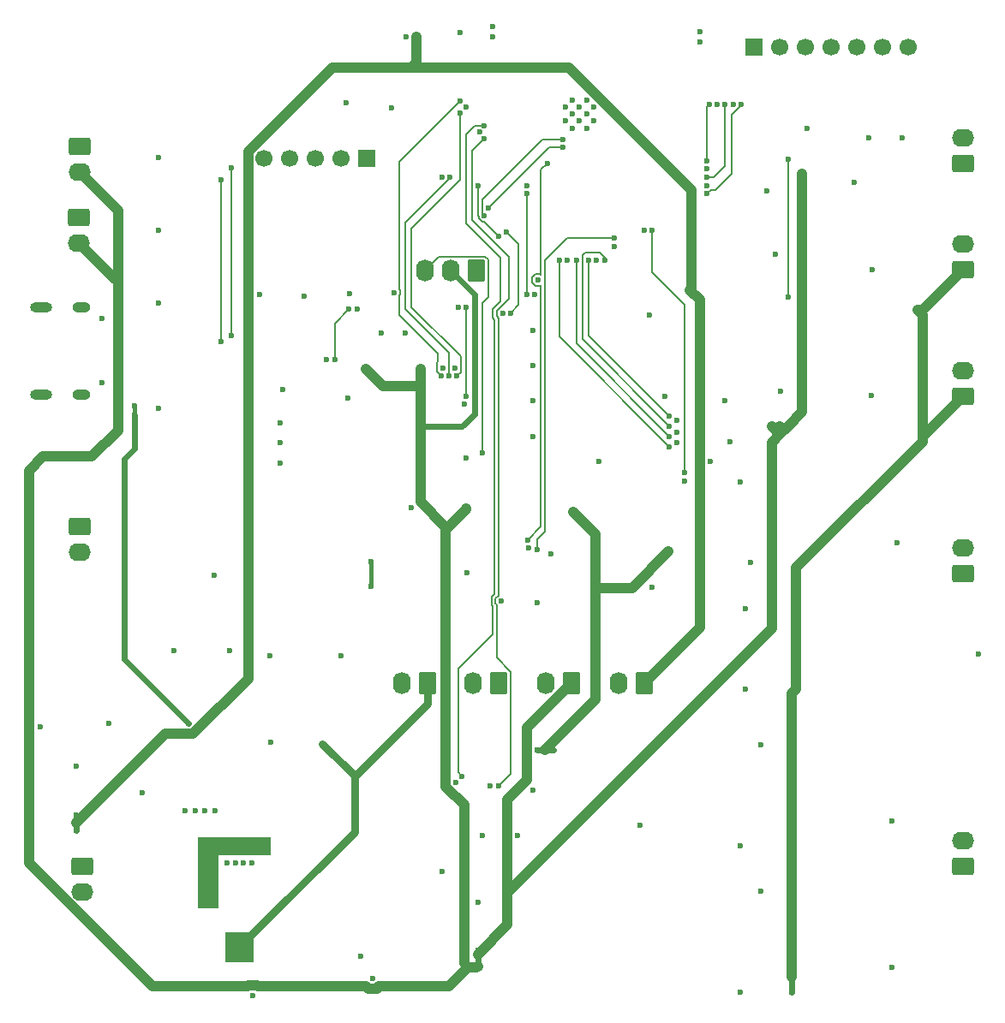
<source format=gbr>
G04 #@! TF.GenerationSoftware,KiCad,Pcbnew,9.0.5*
G04 #@! TF.CreationDate,2025-12-03T21:15:56-08:00*
G04 #@! TF.ProjectId,MusicalTeslaCoil,4d757369-6361-46c5-9465-736c61436f69,REV2*
G04 #@! TF.SameCoordinates,Original*
G04 #@! TF.FileFunction,Copper,L4,Bot*
G04 #@! TF.FilePolarity,Positive*
%FSLAX46Y46*%
G04 Gerber Fmt 4.6, Leading zero omitted, Abs format (unit mm)*
G04 Created by KiCad (PCBNEW 9.0.5) date 2025-12-03 21:15:56*
%MOMM*%
%LPD*%
G01*
G04 APERTURE LIST*
G04 Aperture macros list*
%AMRoundRect*
0 Rectangle with rounded corners*
0 $1 Rounding radius*
0 $2 $3 $4 $5 $6 $7 $8 $9 X,Y pos of 4 corners*
0 Add a 4 corners polygon primitive as box body*
4,1,4,$2,$3,$4,$5,$6,$7,$8,$9,$2,$3,0*
0 Add four circle primitives for the rounded corners*
1,1,$1+$1,$2,$3*
1,1,$1+$1,$4,$5*
1,1,$1+$1,$6,$7*
1,1,$1+$1,$8,$9*
0 Add four rect primitives between the rounded corners*
20,1,$1+$1,$2,$3,$4,$5,0*
20,1,$1+$1,$4,$5,$6,$7,0*
20,1,$1+$1,$6,$7,$8,$9,0*
20,1,$1+$1,$8,$9,$2,$3,0*%
G04 Aperture macros list end*
G04 #@! TA.AperFunction,HeatsinkPad*
%ADD10C,0.600000*%
G04 #@! TD*
G04 #@! TA.AperFunction,ComponentPad*
%ADD11RoundRect,0.250000X0.620000X0.845000X-0.620000X0.845000X-0.620000X-0.845000X0.620000X-0.845000X0*%
G04 #@! TD*
G04 #@! TA.AperFunction,ComponentPad*
%ADD12O,1.740000X2.190000*%
G04 #@! TD*
G04 #@! TA.AperFunction,ComponentPad*
%ADD13O,1.800000X1.000000*%
G04 #@! TD*
G04 #@! TA.AperFunction,ComponentPad*
%ADD14O,2.200000X1.000000*%
G04 #@! TD*
G04 #@! TA.AperFunction,ComponentPad*
%ADD15RoundRect,0.250000X0.845000X-0.620000X0.845000X0.620000X-0.845000X0.620000X-0.845000X-0.620000X0*%
G04 #@! TD*
G04 #@! TA.AperFunction,ComponentPad*
%ADD16O,2.190000X1.740000*%
G04 #@! TD*
G04 #@! TA.AperFunction,ComponentPad*
%ADD17R,1.700000X1.700000*%
G04 #@! TD*
G04 #@! TA.AperFunction,ComponentPad*
%ADD18C,1.700000*%
G04 #@! TD*
G04 #@! TA.AperFunction,ComponentPad*
%ADD19RoundRect,0.250000X-0.845000X0.620000X-0.845000X-0.620000X0.845000X-0.620000X0.845000X0.620000X0*%
G04 #@! TD*
G04 #@! TA.AperFunction,ViaPad*
%ADD20C,0.600000*%
G04 #@! TD*
G04 #@! TA.AperFunction,Conductor*
%ADD21C,1.000000*%
G04 #@! TD*
G04 #@! TA.AperFunction,Conductor*
%ADD22C,0.400000*%
G04 #@! TD*
G04 #@! TA.AperFunction,Conductor*
%ADD23C,0.200000*%
G04 #@! TD*
G04 #@! TA.AperFunction,Conductor*
%ADD24C,0.600000*%
G04 #@! TD*
G04 #@! TA.AperFunction,Conductor*
%ADD25C,0.150000*%
G04 #@! TD*
G04 #@! TA.AperFunction,Conductor*
%ADD26C,0.800000*%
G04 #@! TD*
G04 APERTURE END LIST*
D10*
X103200000Y-61400000D03*
X103200000Y-62800000D03*
X103900000Y-60700000D03*
X103900000Y-62100000D03*
X103900000Y-63500000D03*
X104600000Y-61400000D03*
X104600000Y-62800000D03*
X105300000Y-60700000D03*
X105300000Y-62100000D03*
X105300000Y-63500000D03*
X106000000Y-61400000D03*
X106000000Y-62800000D03*
D11*
X94400000Y-77600000D03*
D12*
X91860000Y-77600000D03*
X89320000Y-77600000D03*
D13*
X55400000Y-81200000D03*
X55400000Y-89840000D03*
D14*
X51400000Y-81200000D03*
X51400000Y-89840000D03*
D15*
X142500000Y-67040000D03*
D16*
X142500000Y-64500000D03*
D15*
X142500000Y-77540000D03*
D16*
X142500000Y-75000000D03*
D17*
X121880000Y-55500000D03*
D18*
X124420000Y-55500000D03*
X126960000Y-55500000D03*
X129500000Y-55500000D03*
X132040000Y-55500000D03*
X134580000Y-55500000D03*
X137120000Y-55500000D03*
D11*
X89600000Y-118400000D03*
D12*
X87060000Y-118400000D03*
D11*
X111000000Y-118400000D03*
D12*
X108460000Y-118400000D03*
D19*
X55180000Y-65325000D03*
D16*
X55180000Y-67865000D03*
D15*
X142488000Y-90000001D03*
D16*
X142488000Y-87460001D03*
D15*
X142500000Y-136540000D03*
D16*
X142500000Y-134000000D03*
D15*
X142500000Y-107540000D03*
D16*
X142500000Y-105000000D03*
D19*
X55236800Y-102900000D03*
D16*
X55236800Y-105440000D03*
D11*
X96600000Y-118400000D03*
D12*
X94060000Y-118400000D03*
D11*
X103800000Y-118400000D03*
D12*
X101260000Y-118400000D03*
D17*
X83580000Y-66500000D03*
D18*
X81040000Y-66500000D03*
X78500000Y-66500000D03*
X75960000Y-66500000D03*
X73420000Y-66500000D03*
D19*
X55160000Y-72325000D03*
D16*
X55160000Y-74865000D03*
D19*
X55500000Y-136500000D03*
D16*
X55500000Y-139040000D03*
D20*
X63000000Y-66400000D03*
X63000000Y-73600000D03*
X84000000Y-106400000D03*
X84000000Y-108799400D03*
X57400000Y-82300000D03*
X104299000Y-76600000D03*
X106300003Y-76600000D03*
X83500000Y-87300000D03*
X88900000Y-87300000D03*
X93358200Y-101158200D03*
X126600000Y-68000000D03*
X125200000Y-93000000D03*
X124400000Y-93000000D03*
X123600000Y-93000000D03*
X95799997Y-128600000D03*
X96600000Y-128600000D03*
X94550000Y-146400000D03*
X94550000Y-145600000D03*
X94550000Y-144800000D03*
X100400000Y-125000000D03*
X101200000Y-125000000D03*
X96900000Y-110300000D03*
X54900000Y-133000000D03*
X54900000Y-132200000D03*
X54900000Y-131400000D03*
X125600000Y-147400000D03*
X125600000Y-148200000D03*
X125600000Y-149000000D03*
X125600000Y-134600000D03*
X66000000Y-122400000D03*
X79600000Y-86400000D03*
X82600000Y-81400000D03*
X81800000Y-81400000D03*
X80400000Y-86400000D03*
X92599997Y-81200000D03*
X93400000Y-81200000D03*
X93400000Y-90000000D03*
X69200000Y-84600000D03*
X70200000Y-84000000D03*
X70200000Y-67400000D03*
X69200000Y-68600000D03*
X69800000Y-136200000D03*
X124500000Y-89500000D03*
X122500000Y-139000000D03*
X115000000Y-98400000D03*
X100500000Y-78500000D03*
X100000000Y-90500000D03*
X63000000Y-80800000D03*
X135500000Y-146500000D03*
X66600000Y-131000000D03*
X92300000Y-87200000D03*
X93500000Y-107500000D03*
X118200000Y-61200000D03*
X54900000Y-126600000D03*
X103400000Y-76600000D03*
X94713403Y-63904999D03*
X93200000Y-90800000D03*
X96000000Y-53500000D03*
X74000000Y-115691600D03*
X117202590Y-67551728D03*
X81700000Y-90200000D03*
X86000000Y-61500000D03*
X91000000Y-68400000D03*
X58108200Y-122391800D03*
X72200000Y-136200000D03*
X111500000Y-82000000D03*
X85000000Y-83800000D03*
X117200707Y-69187840D03*
X123099998Y-69700002D03*
X81000000Y-115691600D03*
X106500000Y-96500000D03*
X114200000Y-94600000D03*
X110600000Y-132425000D03*
X100200000Y-80000000D03*
X93400000Y-61400000D03*
X135500000Y-132000000D03*
X96000000Y-54500000D03*
X95000000Y-133500000D03*
X73000000Y-80000000D03*
X91100000Y-87200000D03*
X65600000Y-131000000D03*
X136000000Y-104500000D03*
X68500000Y-107691600D03*
X133450000Y-89950000D03*
X67600000Y-131000000D03*
X93358200Y-96141800D03*
X57400000Y-88700000D03*
X113000000Y-90000000D03*
X133506250Y-77506250D03*
X87500000Y-54500000D03*
X64500000Y-115191600D03*
X75000000Y-96645800D03*
X70600000Y-136200000D03*
X100000000Y-83500000D03*
X68600000Y-131000000D03*
X120500000Y-149000000D03*
X63000000Y-91200000D03*
X83000000Y-145400000D03*
X99600085Y-105019355D03*
X131749999Y-68850001D03*
X74100000Y-124200000D03*
X72300000Y-149300000D03*
X75300000Y-89345800D03*
X117500000Y-96500000D03*
X61350000Y-129250000D03*
X124000000Y-76000000D03*
X121500000Y-106500000D03*
X98500000Y-133500000D03*
X94550000Y-140050000D03*
X121000000Y-119000000D03*
X119000000Y-90500000D03*
X100000000Y-129000000D03*
X77391800Y-80108200D03*
X81500000Y-61000000D03*
X71400000Y-136200000D03*
X99400000Y-69200000D03*
X86249300Y-79749300D03*
X92776327Y-54017354D03*
X101800000Y-105600000D03*
X108000000Y-75200000D03*
X114200000Y-93600000D03*
X116500000Y-55000000D03*
X122500000Y-124500000D03*
X121000000Y-111000000D03*
X120500000Y-134500000D03*
X100000000Y-94000000D03*
X75000000Y-94645800D03*
X116500000Y-54000000D03*
X87400000Y-83800000D03*
X133200000Y-64425000D03*
X144000000Y-115500000D03*
X91050000Y-137050000D03*
X114200000Y-92400000D03*
X119800000Y-61200000D03*
X75000000Y-92645800D03*
X111800000Y-108900000D03*
X120500000Y-98500000D03*
X119500000Y-94500000D03*
X136500000Y-64500000D03*
X100400000Y-110400000D03*
X127100000Y-63500000D03*
X51300000Y-122700000D03*
X92400000Y-128200000D03*
X97000000Y-81848527D03*
X81854200Y-79854200D03*
X84137500Y-147637500D03*
X111000000Y-73600000D03*
X100000000Y-87000000D03*
X70000000Y-115191600D03*
X88000000Y-101000000D03*
X125200000Y-66600000D03*
X125200000Y-80200000D03*
X88500000Y-54500000D03*
X115500000Y-79500000D03*
X91500000Y-57500000D03*
X94000000Y-57501000D03*
X119000000Y-61200000D03*
X117199994Y-68351726D03*
X72000000Y-145500000D03*
X138000000Y-81500000D03*
X71000000Y-143500000D03*
X79200000Y-124400000D03*
X70000000Y-143500000D03*
X71000000Y-144500000D03*
X72000000Y-144500000D03*
X71000000Y-145500000D03*
X126500000Y-106500000D03*
X126000000Y-119000000D03*
X72000000Y-143500000D03*
X70000000Y-145500000D03*
X70000000Y-144500000D03*
X138500000Y-94500000D03*
X117399997Y-61200000D03*
X117198835Y-66751734D03*
X117200000Y-70000000D03*
X120600000Y-61200000D03*
X104000000Y-101500000D03*
X60600000Y-91934700D03*
X60600000Y-90934700D03*
X113400000Y-105400000D03*
X102000000Y-125000000D03*
X108005000Y-74395000D03*
X100400000Y-105200000D03*
X99470000Y-104230000D03*
X101400000Y-67000000D03*
X93000000Y-127600000D03*
X95200000Y-63270000D03*
X95200000Y-64540000D03*
X99400000Y-70000000D03*
X99400000Y-80000000D03*
X95000000Y-95600000D03*
X96600000Y-74200000D03*
X94600000Y-69200000D03*
X73400000Y-134800000D03*
X73400000Y-134000000D03*
X68400000Y-140200000D03*
X67400000Y-140200000D03*
X71000000Y-134800000D03*
X71000000Y-134000000D03*
X68400000Y-139200000D03*
X67400000Y-139200000D03*
X72600000Y-134000000D03*
X71800000Y-134000000D03*
X71800000Y-134800000D03*
X72600000Y-134800000D03*
X67900000Y-139700000D03*
X95600000Y-71397997D03*
X103000000Y-65400000D03*
X97800000Y-81800000D03*
X97400000Y-73800000D03*
X95200000Y-72198000D03*
X103000000Y-64600000D03*
X113500000Y-94000000D03*
X113500000Y-92000000D03*
X105500000Y-76600000D03*
X102600000Y-76600000D03*
X113500000Y-95000000D03*
X113500000Y-93000000D03*
X107100006Y-76600000D03*
X90899997Y-88000000D03*
X92800000Y-60800000D03*
X92500000Y-88000000D03*
X92800000Y-62000000D03*
X91700000Y-88000000D03*
X91800000Y-68400000D03*
X111800000Y-73600000D03*
X115000000Y-97600000D03*
D21*
X59000000Y-71685000D02*
X55180000Y-67865000D01*
X59000000Y-93400000D02*
X59000000Y-71685000D01*
X56400000Y-96000000D02*
X59000000Y-93400000D01*
X51600000Y-96000000D02*
X56400000Y-96000000D01*
X50200000Y-97400000D02*
X51600000Y-96000000D01*
X50200000Y-136186730D02*
X50200000Y-97400000D01*
X62413270Y-148400000D02*
X50200000Y-136186730D01*
X71784372Y-148400000D02*
X62413270Y-148400000D01*
X71885372Y-148299000D02*
X71784372Y-148400000D01*
X72714628Y-148299000D02*
X71885372Y-148299000D01*
X83722872Y-148638500D02*
X83484372Y-148400000D01*
X84552128Y-148638500D02*
X83722872Y-148638500D01*
X83484372Y-148400000D02*
X72815628Y-148400000D01*
X72815628Y-148400000D02*
X72714628Y-148299000D01*
X84790628Y-148400000D02*
X84552128Y-148638500D01*
X91701000Y-148400000D02*
X84790628Y-148400000D01*
X93600000Y-146501000D02*
X91701000Y-148400000D01*
D22*
X84000000Y-108799400D02*
X84000000Y-106400000D01*
D23*
X92600000Y-127200000D02*
X93000000Y-127600000D01*
X92600000Y-117000000D02*
X92600000Y-127200000D01*
X95999000Y-113601000D02*
X92600000Y-117000000D01*
X95999000Y-110816043D02*
X95999000Y-113601000D01*
X95898000Y-110715043D02*
X95999000Y-110816043D01*
X95898000Y-109884957D02*
X95898000Y-110715043D01*
X96199000Y-109583957D02*
X95898000Y-109884957D01*
X96199000Y-82464570D02*
X96199000Y-109583957D01*
X95998000Y-81433484D02*
X95998000Y-82263570D01*
X95998000Y-82263570D02*
X96199000Y-82464570D01*
X96800000Y-76300000D02*
X96800000Y-80631484D01*
X96800000Y-80631484D02*
X95998000Y-81433484D01*
X93400000Y-72900000D02*
X96800000Y-76300000D01*
X94280057Y-63270000D02*
X93400000Y-64150057D01*
X93400000Y-64150057D02*
X93400000Y-72900000D01*
X95200000Y-63270000D02*
X94280057Y-63270000D01*
X93999000Y-65741000D02*
X95200000Y-64540000D01*
X93999000Y-72599000D02*
X93999000Y-65741000D01*
X97600000Y-76200000D02*
X93999000Y-72599000D01*
X97600000Y-80398584D02*
X97600000Y-76200000D01*
X96399000Y-82097470D02*
X96399000Y-81599584D01*
X96600000Y-82298470D02*
X96399000Y-82097470D01*
X96600000Y-109750057D02*
X96600000Y-82298470D01*
X96400000Y-110649943D02*
X96299000Y-110548943D01*
X96299000Y-110548943D02*
X96299000Y-110051057D01*
X96299000Y-110051057D02*
X96600000Y-109750057D01*
X97800000Y-117200000D02*
X97718956Y-117200000D01*
X97718956Y-117200000D02*
X96400000Y-115881044D01*
X97800000Y-127400000D02*
X97800000Y-117200000D01*
X96400000Y-115881044D02*
X96400000Y-110649943D01*
X96600000Y-128600000D02*
X97800000Y-127400000D01*
X96399000Y-81599584D02*
X97600000Y-80398584D01*
X98600000Y-75000000D02*
X97400000Y-73800000D01*
X98600000Y-81000000D02*
X98600000Y-75000000D01*
X97800000Y-81800000D02*
X98600000Y-81000000D01*
D24*
X91900000Y-77600000D02*
X92000000Y-77500000D01*
X93000000Y-93000000D02*
X94201000Y-91799000D01*
X91860000Y-77600000D02*
X91900000Y-77600000D01*
X88900000Y-93000000D02*
X93000000Y-93000000D01*
X94201000Y-91799000D02*
X94201000Y-79941000D01*
X94201000Y-79941000D02*
X91860000Y-77600000D01*
D23*
X95571000Y-80229000D02*
X95000000Y-80800000D01*
X95000000Y-80800000D02*
X95000000Y-95600000D01*
X95571000Y-76519840D02*
X95571000Y-80229000D01*
X95255160Y-76204000D02*
X95571000Y-76519840D01*
X90716000Y-76204000D02*
X95255160Y-76204000D01*
X89320000Y-77600000D02*
X90716000Y-76204000D01*
D25*
X95174000Y-72774000D02*
X96600000Y-74200000D01*
X94961412Y-72774000D02*
X95174000Y-72774000D01*
X94624000Y-72436588D02*
X94961412Y-72774000D01*
X94624000Y-72224000D02*
X94624000Y-72436588D01*
X94600000Y-72200000D02*
X94624000Y-72224000D01*
X94600000Y-69200000D02*
X94600000Y-72200000D01*
D23*
X94540000Y-77500000D02*
X95000000Y-77960000D01*
D21*
X58695000Y-78400000D02*
X55160000Y-74865000D01*
X59000000Y-78400000D02*
X58695000Y-78400000D01*
D24*
X59600000Y-96200000D02*
X59600000Y-116000000D01*
X60600000Y-95200000D02*
X59600000Y-96200000D01*
X59600000Y-116000000D02*
X66000000Y-122400000D01*
X60600000Y-91934700D02*
X60600000Y-95200000D01*
D22*
X60600000Y-91934700D02*
X60600000Y-90934700D01*
D23*
X104299000Y-76600000D02*
X104299000Y-84799000D01*
X104299000Y-84799000D02*
X113500000Y-94000000D01*
X102600000Y-84100000D02*
X113500000Y-95000000D01*
X102600000Y-76600000D02*
X102600000Y-84100000D01*
X100400000Y-104200000D02*
X100400000Y-105200000D01*
X103405000Y-74395000D02*
X101200000Y-76600000D01*
X108005000Y-74395000D02*
X103405000Y-74395000D01*
X101200000Y-76600000D02*
X101200000Y-103400000D01*
X101200000Y-103400000D02*
X100400000Y-104200000D01*
X104899000Y-84399000D02*
X113500000Y-93000000D01*
X104899000Y-76101000D02*
X104899000Y-84399000D01*
X105200000Y-75800000D02*
X104899000Y-76101000D01*
X107100006Y-76300006D02*
X106600000Y-75800000D01*
X106600000Y-75800000D02*
X105200000Y-75800000D01*
X107100006Y-76600000D02*
X107100006Y-76300006D01*
D21*
X88900000Y-93000000D02*
X88900000Y-89000000D01*
D23*
X93400000Y-81200000D02*
X93400000Y-90000000D01*
D21*
X88900000Y-89000000D02*
X85200000Y-89000000D01*
X88900000Y-89000000D02*
X88900000Y-87300000D01*
X85200000Y-89000000D02*
X83500000Y-87300000D01*
X88900000Y-100484372D02*
X88900000Y-93000000D01*
X91399000Y-102983372D02*
X88900000Y-100484372D01*
X91399000Y-103201000D02*
X91399000Y-102983372D01*
X91399000Y-128614628D02*
X93200000Y-130415628D01*
X93358200Y-101241800D02*
X91399000Y-103201000D01*
X93200000Y-130415628D02*
X93200000Y-146101000D01*
X93200000Y-146101000D02*
X93600000Y-146501000D01*
X91399000Y-103201000D02*
X91399000Y-128614628D01*
X93358200Y-101158200D02*
X93358200Y-101241800D01*
X94449000Y-146501000D02*
X93600000Y-146501000D01*
X94550000Y-146400000D02*
X94449000Y-146501000D01*
X126600000Y-91600000D02*
X125200000Y-93000000D01*
X126600000Y-68000000D02*
X126600000Y-91600000D01*
X124400000Y-93800000D02*
X125200000Y-93000000D01*
X124400000Y-93800000D02*
X123600000Y-93000000D01*
X124400000Y-93800000D02*
X124400000Y-93000000D01*
X123600000Y-94600000D02*
X124400000Y-93800000D01*
X97499000Y-139110372D02*
X123600000Y-113009372D01*
X123600000Y-113009372D02*
X123600000Y-94600000D01*
X97499000Y-139200000D02*
X97499000Y-139110372D01*
X97499000Y-139200000D02*
X97499000Y-129901000D01*
X99399000Y-128001000D02*
X99399000Y-122801000D01*
X97499000Y-129901000D02*
X99399000Y-128001000D01*
X97499000Y-142251000D02*
X97499000Y-139200000D01*
X94550000Y-145200000D02*
X97499000Y-142251000D01*
X99399000Y-122801000D02*
X103800000Y-118400000D01*
D24*
X94550000Y-145200000D02*
X94550000Y-144800000D01*
X94550000Y-145600000D02*
X94550000Y-145200000D01*
X94550000Y-146400000D02*
X94550000Y-145600000D01*
D21*
X116499000Y-112901000D02*
X111000000Y-118400000D01*
X115500000Y-79500000D02*
X116499000Y-80499000D01*
X116499000Y-80499000D02*
X116499000Y-112901000D01*
X115641421Y-69625793D02*
X115641421Y-79358579D01*
X115641421Y-79358579D02*
X115500000Y-79500000D01*
D25*
X115000000Y-81000000D02*
X115000000Y-97600000D01*
X111800000Y-77800000D02*
X115000000Y-81000000D01*
X111800000Y-73600000D02*
X111800000Y-77800000D01*
D21*
X90200000Y-57500000D02*
X103515628Y-57500000D01*
X90200000Y-57500000D02*
X91500000Y-57500000D01*
X103515628Y-57500000D02*
X115641421Y-69625793D01*
X88501000Y-56999000D02*
X88501000Y-54500000D01*
X88000000Y-57500000D02*
X88501000Y-56999000D01*
X88000000Y-57500000D02*
X90200000Y-57500000D01*
X93999000Y-57500000D02*
X94000000Y-57501000D01*
X91500000Y-57500000D02*
X93999000Y-57500000D01*
X80226554Y-57500000D02*
X88000000Y-57500000D01*
X71869000Y-117946628D02*
X71869000Y-65857554D01*
X66414628Y-123401000D02*
X71869000Y-117946628D01*
X71869000Y-65857554D02*
X80226554Y-57500000D01*
X63699000Y-123401000D02*
X66414628Y-123401000D01*
X54900000Y-132200000D02*
X63699000Y-123401000D01*
X109800000Y-109000000D02*
X113400000Y-105400000D01*
X106200000Y-109000000D02*
X109800000Y-109000000D01*
X106200000Y-109000000D02*
X106200000Y-103700000D01*
X106200000Y-103700000D02*
X104000000Y-101500000D01*
X106200000Y-120000000D02*
X106200000Y-109000000D01*
X101200000Y-125000000D02*
X106200000Y-120000000D01*
D24*
X101200000Y-125000000D02*
X102000000Y-125000000D01*
X100400000Y-125000000D02*
X101200000Y-125000000D01*
X54900000Y-132200000D02*
X54900000Y-131400000D01*
X54900000Y-133000000D02*
X54900000Y-132200000D01*
D21*
X138540000Y-81500000D02*
X142500000Y-77540000D01*
X138000000Y-81500000D02*
X138540000Y-81500000D01*
X138500000Y-93988001D02*
X138500000Y-82000000D01*
X138500000Y-82000000D02*
X138000000Y-81500000D01*
X138500000Y-93988001D02*
X142488000Y-90000001D01*
X138500000Y-94500000D02*
X138500000Y-93988001D01*
X126500000Y-106500000D02*
X138500000Y-94500000D01*
X126000000Y-107000000D02*
X126500000Y-106500000D01*
X126000000Y-119000000D02*
X126000000Y-107000000D01*
X125600000Y-119400000D02*
X126000000Y-119000000D01*
X125600000Y-134600000D02*
X125600000Y-119400000D01*
X125600000Y-147400000D02*
X125600000Y-134600000D01*
D24*
X125600000Y-148200000D02*
X125600000Y-147400000D01*
X125600000Y-149000000D02*
X125600000Y-148200000D01*
D26*
X82400000Y-127600000D02*
X82600000Y-127400000D01*
X82400000Y-133100000D02*
X82400000Y-127600000D01*
X72000000Y-143500000D02*
X82400000Y-133100000D01*
X82200000Y-127400000D02*
X79200000Y-124400000D01*
X82600000Y-127400000D02*
X82200000Y-127400000D01*
X89600000Y-120400000D02*
X89600000Y-118400000D01*
X82600000Y-127400000D02*
X89600000Y-120400000D01*
D23*
X80400000Y-82800000D02*
X81800000Y-81400000D01*
X80400000Y-86400000D02*
X80400000Y-82800000D01*
D25*
X70200000Y-67400000D02*
X70200000Y-84000000D01*
X69200000Y-68600000D02*
X69200000Y-84600000D01*
X125200000Y-80200000D02*
X125200000Y-66600000D01*
X117199994Y-68351726D02*
X117201720Y-68350000D01*
X119000000Y-67223087D02*
X119000000Y-61200000D01*
X117201720Y-68350000D02*
X117873087Y-68350000D01*
X117873087Y-68350000D02*
X119000000Y-67223087D01*
X117198835Y-66601165D02*
X117200000Y-66600000D01*
X117200000Y-66600000D02*
X117200000Y-61399997D01*
X117200000Y-61399997D02*
X117399997Y-61200000D01*
X117198835Y-66751734D02*
X117198835Y-66601165D01*
X119600000Y-62200000D02*
X120024000Y-61776000D01*
X120024000Y-61776000D02*
X120038588Y-61776000D01*
X120376000Y-61438588D02*
X120376000Y-61424000D01*
X117200000Y-70000000D02*
X117580000Y-69620000D01*
X120376000Y-61424000D02*
X120600000Y-61200000D01*
X117580000Y-69620000D02*
X117994588Y-69620000D01*
X119600000Y-68014588D02*
X119600000Y-62200000D01*
X120038588Y-61776000D02*
X120376000Y-61438588D01*
X117994588Y-69620000D02*
X119600000Y-68014588D01*
X100800000Y-79014588D02*
X100738588Y-79076000D01*
X100261412Y-79076000D02*
X99924000Y-78738588D01*
X100738588Y-79076000D02*
X100261412Y-79076000D01*
X100800000Y-102900000D02*
X100800000Y-79014588D01*
X99924000Y-78261412D02*
X100261412Y-77924000D01*
X99924000Y-78738588D02*
X99924000Y-78261412D01*
X100261412Y-77924000D02*
X100738588Y-77924000D01*
X99470000Y-104230000D02*
X100800000Y-102900000D01*
X100738588Y-77924000D02*
X100800000Y-77985412D01*
X100800000Y-77985412D02*
X100800000Y-67600000D01*
X100800000Y-67600000D02*
X101400000Y-67000000D01*
X99400000Y-70000000D02*
X99400000Y-80000000D01*
D23*
X95602003Y-71397997D02*
X101600000Y-65400000D01*
X101600000Y-65400000D02*
X103000000Y-65400000D01*
X95600000Y-71397997D02*
X95602003Y-71397997D01*
X100948054Y-64600000D02*
X103000000Y-64600000D01*
X95000000Y-71998000D02*
X95000000Y-70548054D01*
X95000000Y-70548054D02*
X100948054Y-64600000D01*
X95200000Y-72198000D02*
X95000000Y-71998000D01*
X105500000Y-84000000D02*
X113500000Y-92000000D01*
X105500000Y-76600000D02*
X105500000Y-84000000D01*
X86850300Y-79500357D02*
X86800000Y-79450057D01*
X90899997Y-88000000D02*
X90499000Y-87599003D01*
X86800000Y-66800000D02*
X92800000Y-60800000D01*
X86800000Y-80048543D02*
X86850300Y-79998243D01*
X90600000Y-86599997D02*
X90600000Y-85800003D01*
X90600000Y-85800003D02*
X86800000Y-82000003D01*
X86800000Y-79450057D02*
X86800000Y-66800000D01*
X90499000Y-87599003D02*
X90499000Y-86700997D01*
X86850300Y-79998243D02*
X86850300Y-79500357D01*
X90499000Y-86700997D02*
X90600000Y-86599997D01*
X86800000Y-82000003D02*
X86800000Y-80048543D01*
D25*
X88000000Y-81200000D02*
X88000000Y-73400000D01*
X92500000Y-88000000D02*
X92876000Y-87624000D01*
X88000000Y-73400000D02*
X92800000Y-68600000D01*
X92876000Y-86076000D02*
X88000000Y-81200000D01*
X92800000Y-68600000D02*
X92800000Y-62000000D01*
X92876000Y-87624000D02*
X92876000Y-86076000D01*
X87400000Y-72814588D02*
X91800000Y-68414588D01*
X91700000Y-88000000D02*
X91700000Y-85700000D01*
X87400000Y-81400000D02*
X87400000Y-72814588D01*
X91700000Y-85700000D02*
X87400000Y-81400000D01*
G04 #@! TA.AperFunction,Conductor*
G36*
X72343039Y-143019685D02*
G01*
X72388794Y-143072489D01*
X72400000Y-143124000D01*
X72400000Y-145876000D01*
X72380315Y-145943039D01*
X72327511Y-145988794D01*
X72276000Y-146000000D01*
X69724000Y-146000000D01*
X69656961Y-145980315D01*
X69611206Y-145927511D01*
X69600000Y-145876000D01*
X69600000Y-143124000D01*
X69619685Y-143056961D01*
X69672489Y-143011206D01*
X69724000Y-143000000D01*
X72276000Y-143000000D01*
X72343039Y-143019685D01*
G37*
G04 #@! TD.AperFunction*
G04 #@! TA.AperFunction,Conductor*
G36*
X74043039Y-133619685D02*
G01*
X74088794Y-133672489D01*
X74100000Y-133724000D01*
X74100000Y-135276000D01*
X74080315Y-135343039D01*
X74027511Y-135388794D01*
X73976000Y-135400000D01*
X68900000Y-135400000D01*
X68900000Y-140576000D01*
X68880315Y-140643039D01*
X68827511Y-140688794D01*
X68776000Y-140700000D01*
X67024000Y-140700000D01*
X66956961Y-140680315D01*
X66911206Y-140627511D01*
X66900000Y-140576000D01*
X66900000Y-133724000D01*
X66919685Y-133656961D01*
X66972489Y-133611206D01*
X67024000Y-133600000D01*
X73976000Y-133600000D01*
X74043039Y-133619685D01*
G37*
G04 #@! TD.AperFunction*
M02*

</source>
